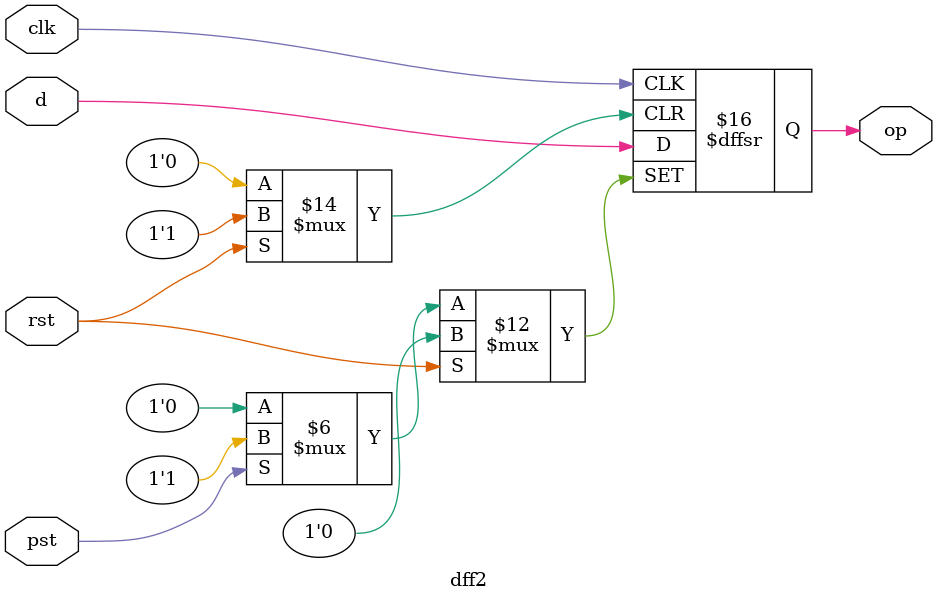
<source format=v>
module dff2 (output reg op, input d,clk,rst,pst);
always @ (posedge clk or posedge rst or posedge pst)
begin
if (pst==1'b1) 
op<=1'b1;
else if (rst==1'b1) 
op<=1'b0;
else
op<=d;
end
endmodule
</source>
